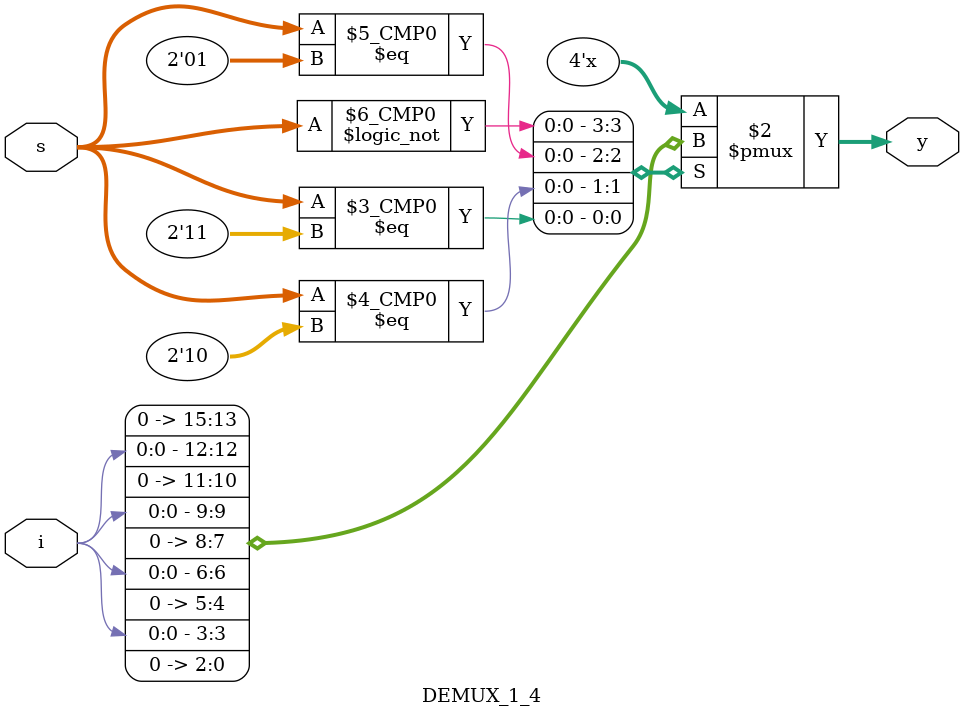
<source format=v>
`timescale 10ns / 1ps
module DEMUX_1_4(
    input i,
    input [1:0] s,
    output reg [3:0] y
    );
    always @(*) begin
    case (s)
    2'b00: y={3'b0,i};
    2'b01: y={2'b0,i,1'b0};
    2'b10: y={1'b0,i,2'b0};
    2'b11: y={i,3'b0};
    endcase
    end
endmodule

</source>
